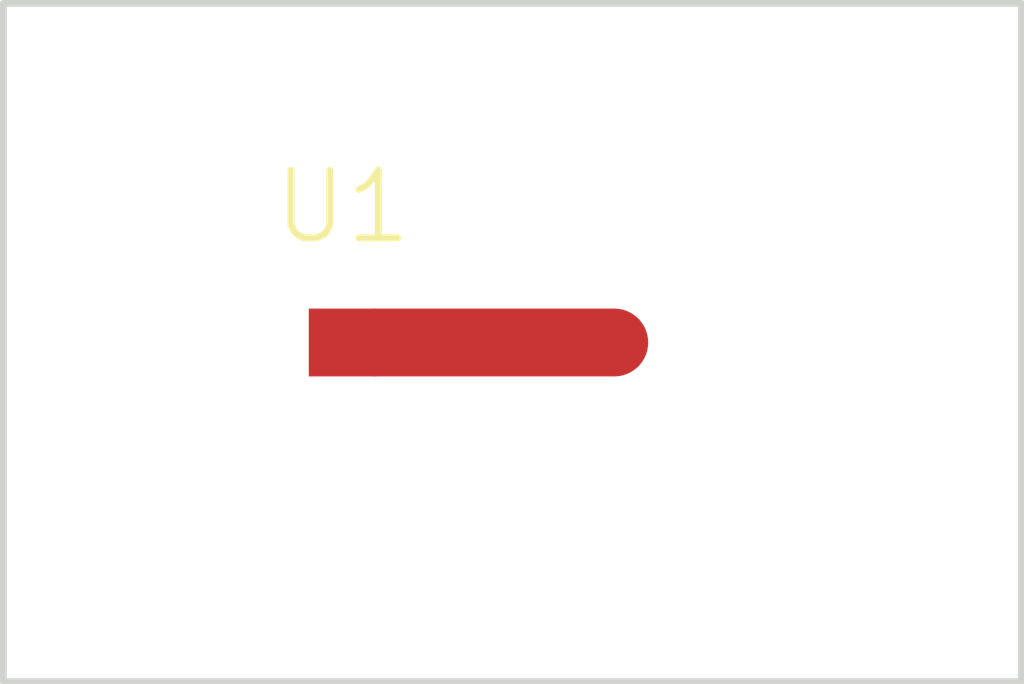
<source format=kicad_pcb>
(kicad_pcb (version 20241229) (generator "pcbnew") (generator_version "9.0")
  (layers (0 "F.Cu" signal) (2 "B.Cu" signal) (13 "F.Paste" user) (15 "B.Paste" user) (5 "F.SilkS" user "F.Silkscreen") (7 "B.SilkS" user "B.Silkscreen") (1 "F.Mask" user) (3 "B.Mask" user) (25 "Edge.Cuts" user))
  (net 0 "")
  (net 1 "NET1")
  (footprint "Test:OnePad" (layer "F.Cu") (at 110 100)
    (property "Reference" "U1" (at 0 -2 0) (layer "F.SilkS") (effects (font (thickness 0.1))))
    (property "Value" "ONEPAD")
    (pad "1" smd rect (at 0 0) (size 1 1) (layers "F.Cu" "F.Mask" "F.Paste") (net 1 "NET1"))
  )
  (segment (start 110.5 100) (end 114 100) (width 1) (layer "F.Cu") (net 1))
  (gr_rect (start 105 95) (end 120 105) (stroke (width 0.1)) (fill no) (layer "Edge.Cuts"))
)
</source>
